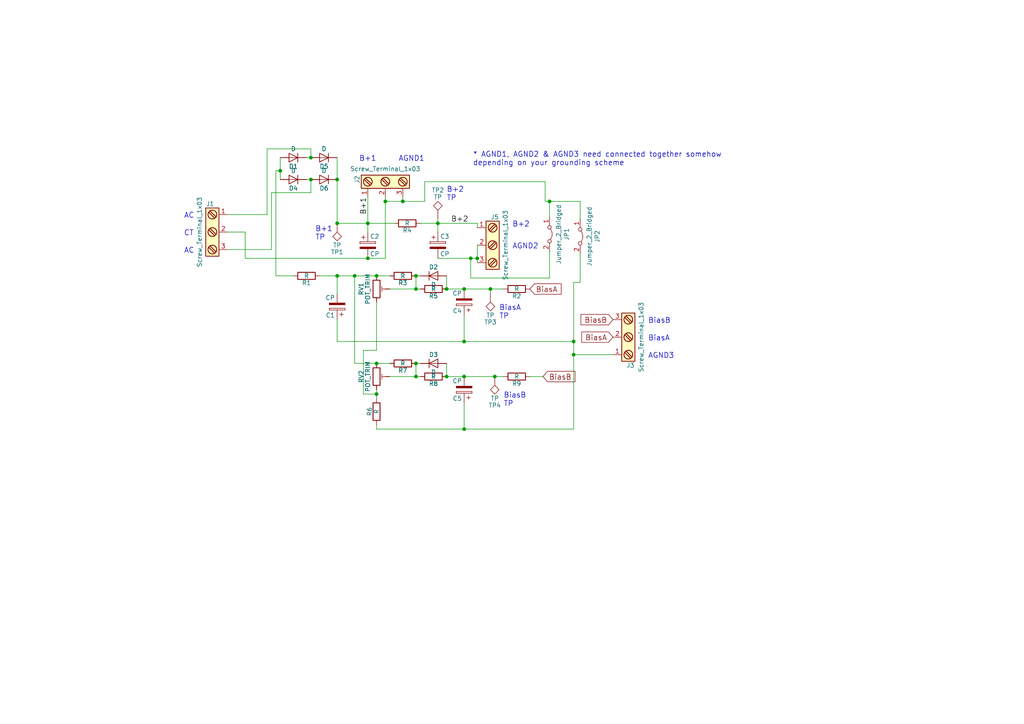
<source format=kicad_sch>
(kicad_sch (version 20250114) (generator "eeschema") (generator_version "9.0")
  (paper "A4")
  (lib_symbols
    (symbol "Jumper:Jumper_2_Bridged" (pin_names (offset 0) (hide yes))
      (property "Reference" "JP" (at 0 1.905 0))
      (property "Value" "Jumper_2_Bridged" (at 0 -2.54 0))
      (symbol "Jumper_2_Bridged_0_0"
        (circle (center -2.032 0) (radius 0.508))
        (circle (center 2.032 0) (radius 0.508))
      )
      (symbol "Jumper_2_Bridged_0_1"
        (arc (start -1.524 0.254) (mid 0 0.762) (end 1.524 0.254))
      )
      (symbol "Jumper_2_Bridged_1_1"
        (pin passive line (at -5.08 0 0) (length 2.54) (name "A") (number "1"))
        (pin passive line (at 5.08 0 180) (length 2.54) (name "B") (number "2"))
      )
    )
    (symbol "PowerSupply-rescue:CP-device" (pin_numbers (hide yes)) (pin_names (offset 0.254))
      (property "Reference" "C" (at 0.635 2.54 0))
      (property "Value" "CP-device" (at 0.635 -2.54 0))
      (symbol "CP-device_0_1"
        (rectangle (start -2.286 0.508) (end -2.286 1.016))
        (rectangle (start -2.286 0.508) (end 2.286 0.508))
        (polyline (pts (xy -1.778 2.286) (xy -0.762 2.286)))
        (polyline (pts (xy -1.27 2.794) (xy -1.27 1.778)))
        (rectangle (start 2.286 1.016) (end -2.286 1.016))
        (rectangle (start 2.286 1.016) (end 2.286 0.508))
        (rectangle (start 2.286 -0.508) (end -2.286 -1.016) (fill (type outline)))
      )
      (symbol "CP-device_1_1"
        (pin passive line (at 0 3.81 270) (length 2.794) (name "~") (number "1"))
        (pin passive line (at 0 -3.81 90) (length 2.794) (name "~") (number "2"))
      )
    )
    (symbol "PowerSupply-rescue:D-device" (pin_numbers (hide yes)) (pin_names (offset 1.016) (hide yes))
      (property "Reference" "D" (at 0 2.54 0))
      (property "Value" "D-device" (at 0 -2.54 0))
      (symbol "D-device_0_1"
        (polyline (pts (xy -1.27 1.27) (xy -1.27 -1.27)) (stroke (width 0.2032)))
        (polyline (pts (xy 1.27 1.27) (xy 1.27 -1.27) (xy -1.27 0) (xy 1.27 1.27)) (stroke (width 0.2032)))
        (polyline (pts (xy 1.27 0) (xy -1.27 0)))
      )
      (symbol "D-device_1_1"
        (pin passive line (at -3.81 0 0) (length 2.54) (name "K") (number "1"))
        (pin passive line (at 3.81 0 180) (length 2.54) (name "A") (number "2"))
      )
    )
    (symbol "PowerSupply-rescue:POT_TRIM" (pin_numbers (hide yes)) (pin_names (offset 1.016) (hide yes))
      (property "Reference" "RV" (at -4.445 0 90))
      (property "Value" "POT_TRIM" (at -2.54 0 90))
      (symbol "POT_TRIM_0_1"
        (rectangle (start 1.016 2.54) (end -1.016 -2.54) (stroke (width 0.254)))
        (polyline (pts (xy 1.524 0.762) (xy 1.524 -0.762)))
        (polyline (pts (xy 2.54 0) (xy 1.524 0)))
      )
      (symbol "POT_TRIM_1_1"
        (pin passive line (at 0 3.81 270) (length 1.27) (name "1") (number "1"))
        (pin passive line (at 0 -3.81 90) (length 1.27) (name "3") (number "3"))
        (pin passive line (at 3.81 0 180) (length 1.27) (name "2") (number "2"))
      )
    )
    (symbol "PowerSupply-rescue:R-device" (pin_numbers (hide yes)) (pin_names (offset 0))
      (property "Reference" "R" (at 2.032 0 90))
      (property "Value" "R-device" (at 0 0 90))
      (symbol "R-device_0_1"
        (rectangle (start -1.016 -2.54) (end 1.016 2.54) (stroke (width 0.254)))
      )
      (symbol "R-device_1_1"
        (pin passive line (at 0 3.81 270) (length 1.27) (name "~") (number "1"))
        (pin passive line (at 0 -3.81 90) (length 1.27) (name "~") (number "2"))
      )
    )
    (symbol "PowerSupply-rescue:Screw_Terminal_1x03" (pin_names (offset 0.762) (hide yes))
      (property "Reference" "J" (at 0 8.89 0))
      (property "Value" "Screw_Terminal_1x03" (at -3.81 0 90))
      (symbol "Screw_Terminal_1x03_0_1"
        (rectangle (start -1.27 6.985) (end 2.54 -6.985) (stroke (width 0.254)) (fill (type background)))
        (polyline (pts (xy -0.381 0.635) (xy 1.27 -1.016)) (stroke (width 0.254)))
        (polyline (pts (xy 0 6.096) (xy 1.651 4.445)) (stroke (width 0.254)))
        (polyline (pts (xy 0 -4.064) (xy 1.651 -5.715)) (stroke (width 0.254)))
        (circle (center 0.635 5.08) (radius 1.27) (stroke (width 0.254)))
        (circle (center 0.635 0) (radius 1.27) (stroke (width 0.254)))
        (circle (center 0.635 -5.08) (radius 1.27) (stroke (width 0.254)))
        (polyline (pts (xy 1.27 4.064) (xy -0.381 5.715)) (stroke (width 0.254)))
        (polyline (pts (xy 1.27 -6.096) (xy -0.381 -4.445)) (stroke (width 0.254)))
        (polyline (pts (xy 1.651 -0.635) (xy 0 1.016)) (stroke (width 0.254)))
      )
      (symbol "Screw_Terminal_1x03_1_1"
        (pin passive line (at 5.08 5.08 180) (length 2.54) (name "~") (number "1"))
        (pin passive line (at 5.08 0 180) (length 2.54) (name "~") (number "2"))
        (pin passive line (at 5.08 -5.08 180) (length 2.54) (name "~") (number "3"))
      )
    )
    (symbol "PowerSupply-rescue:TEST" (pin_numbers (hide yes)) (pin_names (offset 1.016) (hide yes))
      (property "Reference" "TP" (at 0 7.62 0))
      (property "Value" "TEST" (at 0 6.35 0))
      (symbol "TEST_0_1"
        (polyline (pts (xy 0 5.08) (xy -1.27 3.81) (xy 0 2.54) (xy 1.27 3.81) (xy 0 5.08) (xy 0 5.08)))
      )
      (symbol "TEST_1_1"
        (pin passive line (at 0 0 90) (length 2.54) (name "~") (number "1"))
      )
    )
  )
  (text "B+2\nTP" (at 129.54 58.42 0) (effects (font (size 1.524 1.524)) (justify left bottom)))
  (text "B+1\nTP" (at 91.44 69.85 0) (effects (font (size 1.524 1.524)) (justify left bottom)))
  (text "AC" (at 53.34 63.5 0) (effects (font (size 1.524 1.524)) (justify left bottom)))
  (text "BiasB" (at 187.96 93.98 0) (effects (font (size 1.524 1.524)) (justify left bottom)))
  (text "AC" (at 53.34 73.66 0) (effects (font (size 1.524 1.524)) (justify left bottom)))
  (text "BiasA\nTP" (at 144.78 92.71 0) (effects (font (size 1.524 1.524)) (justify left bottom)))
  (text "* AGND1, AGND2 & AGND3 need connected together somehow\ndepending on your grounding scheme" (at 137.16 48.26 0) (effects (font (size 1.524 1.524)) (justify left bottom)))
  (text "AGND2" (at 148.59 72.39 0) (effects (font (size 1.524 1.524)) (justify left bottom)))
  (text "B+2" (at 148.59 66.04 0) (effects (font (size 1.524 1.524)) (justify left bottom)))
  (text "BiasB\nTP" (at 146.05 118.11 0) (effects (font (size 1.524 1.524)) (justify left bottom)))
  (text "B+1" (at 104.14 46.99 0) (effects (font (size 1.524 1.524)) (justify left bottom)))
  (text "BiasA" (at 187.96 99.06 0) (effects (font (size 1.524 1.524)) (justify left bottom)))
  (text "AGND1" (at 115.57 46.99 0) (effects (font (size 1.524 1.524)) (justify left bottom)))
  (text "CT" (at 53.34 68.58 0) (effects (font (size 1.524 1.524)) (justify left bottom)))
  (text "AGND3" (at 187.96 104.14 0) (effects (font (size 1.524 1.524)) (justify left bottom)))
  (junction (at 159.385 58.42))
  (junction (at 127 64.77))
  (junction (at 166.37 99.06))
  (junction (at 129.54 83.82))
  (junction (at 166.37 102.87))
  (junction (at 116.84 58.42))
  (junction (at 97.79 52.07))
  (junction (at 97.79 80.01))
  (junction (at 120.65 105.41))
  (junction (at 129.54 109.22))
  (junction (at 143.51 109.22))
  (junction (at 106.68 64.77))
  (junction (at 90.17 45.72))
  (junction (at 136.525 74.93))
  (junction (at 120.65 80.01))
  (junction (at 134.62 99.06))
  (junction (at 134.62 124.46))
  (junction (at 109.22 105.41))
  (junction (at 134.62 109.22))
  (junction (at 142.24 83.82))
  (junction (at 81.28 49.53))
  (junction (at 120.65 83.82))
  (junction (at 138.43 74.93))
  (junction (at 111.76 58.42))
  (junction (at 109.22 80.01))
  (junction (at 109.22 114.3))
  (junction (at 90.17 52.07))
  (junction (at 106.68 74.93))
  (junction (at 97.79 64.77))
  (junction (at 102.87 80.01))
  (junction (at 134.62 83.82))
  (junction (at 120.65 109.22))
  (wire (pts (xy 143.51 109.22) (xy 146.05 109.22)))
  (wire (pts (xy 113.03 109.22) (xy 120.65 109.22)))
  (wire (pts (xy 109.22 105.41) (xy 113.03 105.41)))
  (wire (pts (xy 66.04 67.31) (xy 71.12 67.31)))
  (wire (pts (xy 71.12 67.31) (xy 71.12 74.93)))
  (wire (pts (xy 109.22 113.03) (xy 109.22 114.3)))
  (wire (pts (xy 90.17 52.07) (xy 88.9 52.07)))
  (wire (pts (xy 168.275 63.5) (xy 168.275 58.42)))
  (wire (pts (xy 106.68 57.15) (xy 106.68 64.77)))
  (wire (pts (xy 134.62 124.46) (xy 134.62 116.84)))
  (wire (pts (xy 127 63.5) (xy 127 64.77)))
  (wire (pts (xy 109.22 101.6) (xy 105.41 101.6)))
  (wire (pts (xy 129.54 109.22) (xy 134.62 109.22)))
  (wire (pts (xy 121.92 64.77) (xy 127 64.77)))
  (wire (pts (xy 120.65 109.22) (xy 120.65 105.41)))
  (wire (pts (xy 120.65 80.01) (xy 121.92 80.01)))
  (wire (pts (xy 120.65 109.22) (xy 121.92 109.22)))
  (wire (pts (xy 109.22 124.46) (xy 109.22 123.19)))
  (wire (pts (xy 166.37 102.87) (xy 177.8 102.87)))
  (wire (pts (xy 134.62 99.06) (xy 134.62 91.44)))
  (wire (pts (xy 97.79 52.07) (xy 97.79 64.77)))
  (wire (pts (xy 77.47 43.18) (xy 90.17 43.18)))
  (wire (pts (xy 105.41 114.3) (xy 109.22 114.3)))
  (wire (pts (xy 102.87 105.41) (xy 109.22 105.41)))
  (wire (pts (xy 127 64.77) (xy 138.43 64.77)))
  (wire (pts (xy 134.62 109.22) (xy 143.51 109.22)))
  (wire (pts (xy 113.03 83.82) (xy 120.65 83.82)))
  (wire (pts (xy 97.79 80.01) (xy 102.87 80.01)))
  (wire (pts (xy 120.65 83.82) (xy 121.92 83.82)))
  (wire (pts (xy 120.65 83.82) (xy 120.65 80.01)))
  (wire (pts (xy 116.84 58.42) (xy 123.19 58.42)))
  (wire (pts (xy 138.43 74.93) (xy 136.525 74.93)))
  (wire (pts (xy 105.41 101.6) (xy 105.41 114.3)))
  (wire (pts (xy 90.17 45.72) (xy 88.9 45.72)))
  (wire (pts (xy 97.79 99.06) (xy 97.79 92.71)))
  (wire (pts (xy 111.76 74.93) (xy 111.76 58.42)))
  (wire (pts (xy 97.79 45.72) (xy 97.79 52.07)))
  (wire (pts (xy 127 64.77) (xy 127 67.31)))
  (wire (pts (xy 158.115 52.705) (xy 158.115 58.42)))
  (wire (pts (xy 129.54 80.01) (xy 129.54 83.82)))
  (wire (pts (xy 66.04 72.39) (xy 78.74 72.39)))
  (wire (pts (xy 166.37 81.915) (xy 168.275 81.915)))
  (wire (pts (xy 92.71 80.01) (xy 97.79 80.01)))
  (wire (pts (xy 78.74 72.39) (xy 78.74 55.88)))
  (wire (pts (xy 90.17 55.88) (xy 90.17 52.07)))
  (wire (pts (xy 81.28 45.72) (xy 81.28 49.53)))
  (wire (pts (xy 97.79 99.06) (xy 134.62 99.06)))
  (wire (pts (xy 102.87 80.01) (xy 102.87 105.41)))
  (wire (pts (xy 97.79 80.01) (xy 97.79 85.09)))
  (wire (pts (xy 166.37 99.06) (xy 166.37 102.87)))
  (wire (pts (xy 81.28 49.53) (xy 81.28 52.07)))
  (wire (pts (xy 106.68 74.93) (xy 111.76 74.93)))
  (wire (pts (xy 138.43 64.77) (xy 138.43 66.04)))
  (wire (pts (xy 142.24 83.82) (xy 146.05 83.82)))
  (wire (pts (xy 109.22 80.01) (xy 113.03 80.01)))
  (wire (pts (xy 136.525 80.645) (xy 136.525 74.93)))
  (wire (pts (xy 81.28 49.53) (xy 80.01 49.53)))
  (wire (pts (xy 71.12 74.93) (xy 106.68 74.93)))
  (wire (pts (xy 80.01 80.01) (xy 85.09 80.01)))
  (wire (pts (xy 102.87 80.01) (xy 109.22 80.01)))
  (wire (pts (xy 116.84 58.42) (xy 116.84 57.15)))
  (wire (pts (xy 158.115 58.42) (xy 159.385 58.42)))
  (wire (pts (xy 106.68 64.77) (xy 106.68 67.31)))
  (wire (pts (xy 153.67 109.22) (xy 157.48 109.22)))
  (wire (pts (xy 159.385 62.865) (xy 159.385 58.42)))
  (wire (pts (xy 78.74 55.88) (xy 90.17 55.88)))
  (wire (pts (xy 120.65 105.41) (xy 121.92 105.41)))
  (wire (pts (xy 138.43 74.93) (xy 138.43 76.2)))
  (wire (pts (xy 129.54 83.82) (xy 134.62 83.82)))
  (wire (pts (xy 136.525 80.645) (xy 159.385 80.645)))
  (wire (pts (xy 66.04 62.23) (xy 77.47 62.23)))
  (wire (pts (xy 123.19 52.705) (xy 158.115 52.705)))
  (wire (pts (xy 134.62 124.46) (xy 109.22 124.46)))
  (wire (pts (xy 109.22 114.3) (xy 109.22 115.57)))
  (wire (pts (xy 142.24 85.09) (xy 142.24 83.82)))
  (wire (pts (xy 80.01 49.53) (xy 80.01 80.01)))
  (wire (pts (xy 111.76 58.42) (xy 116.84 58.42)))
  (wire (pts (xy 109.22 87.63) (xy 109.22 101.6)))
  (wire (pts (xy 166.37 124.46) (xy 134.62 124.46)))
  (wire (pts (xy 134.62 83.82) (xy 142.24 83.82)))
  (wire (pts (xy 159.385 73.025) (xy 159.385 80.645)))
  (wire (pts (xy 106.68 64.77) (xy 114.3 64.77)))
  (wire (pts (xy 77.47 43.18) (xy 77.47 62.23)))
  (wire (pts (xy 138.43 71.12) (xy 138.43 74.93)))
  (wire (pts (xy 136.525 74.93) (xy 127 74.93)))
  (wire (pts (xy 134.62 99.06) (xy 166.37 99.06)))
  (wire (pts (xy 166.37 99.06) (xy 166.37 81.915)))
  (wire (pts (xy 123.19 58.42) (xy 123.19 52.705)))
  (wire (pts (xy 168.275 81.915) (xy 168.275 73.66)))
  (wire (pts (xy 97.79 64.77) (xy 106.68 64.77)))
  (wire (pts (xy 111.76 58.42) (xy 111.76 57.15)))
  (wire (pts (xy 129.54 105.41) (xy 129.54 109.22)))
  (wire (pts (xy 166.37 102.87) (xy 166.37 124.46)))
  (wire (pts (xy 90.17 43.18) (xy 90.17 45.72)))
  (wire (pts (xy 159.385 58.42) (xy 168.275 58.42)))
  (label "B+1" (at 106.68 62.23 90) (effects (font (size 1.524 1.524))))
  (label "B+2" (at 130.81 64.77 0) (effects (font (size 1.524 1.524))))
  (global_label "BiasA" (shape input) (at 177.8 97.79 180) (effects (font (size 1.524 1.524))) (property "Intersheetrefs" "${INTERSHEET_REFS}" (effects (hide yes))))
  (global_label "BiasB" (shape input) (at 177.8 92.71 180) (effects (font (size 1.524 1.524))) (property "Intersheetrefs" "${INTERSHEET_REFS}" (effects (hide yes))))
  (global_label "BiasA" (shape input) (at 153.67 83.82 0) (effects (font (size 1.524 1.524))) (property "Intersheetrefs" "${INTERSHEET_REFS}" (effects (hide yes))))
  (global_label "BiasB" (shape input) (at 157.48 109.22 0) (effects (font (size 1.524 1.524))) (property "Intersheetrefs" "${INTERSHEET_REFS}" (effects (hide yes))))
  (symbol (lib_id "PowerSupply-rescue:CP-device") (at 106.68 71.12 0) (unit 1)
    (property "Reference" "C2" (at 107.315 68.58 0) (effects (justify left)))
    (property "Value" "CP" (at 107.315 73.66 0) (effects (justify left)))
    (property "Footprint" "Capacitor_THT:CP_Radial_D18.0mm_P7.50mm" (effects (hide yes)))
  )
  (symbol (lib_id "PowerSupply-rescue:CP-device") (at 127 71.12 0) (unit 1)
    (property "Reference" "C3" (at 127.635 68.58 0) (effects (justify left)))
    (property "Value" "CP" (at 127.635 73.66 0) (effects (justify left)))
    (property "Footprint" "Capacitor_THT:CP_Radial_D18.0mm_P7.50mm" (effects (hide yes)))
  )
  (symbol (lib_id "PowerSupply-rescue:CP-device") (at 97.79 88.9 180) (unit 1)
    (property "Reference" "C1" (at 97.155 91.44 0) (effects (justify left)))
    (property "Value" "CP" (at 97.155 86.36 0) (effects (justify left)))
    (property "Footprint" "Capacitor_THT:CP_Radial_D10.0mm_P2.50mm_P5.00mm" (effects (hide yes)))
    (property "MFR" "Nichicon" (effects (hide yes)))
    (property "MPN" "UPW2C100MPD" (effects (hide yes)))
    (property "SPN" "647-UPW2C100MPD" (effects (hide yes)))
  )
  (symbol (lib_id "PowerSupply-rescue:R-device") (at 118.11 64.77 270) (unit 1)
    (property "Reference" "R4" (at 118.11 66.802 90))
    (property "Value" "R" (at 118.11 64.77 90))
    (property "Footprint" "Resistor_THT:R_Axial_Power_L48.0mm_W12.5mm_P55.88mm" (effects (hide yes)))
  )
  (symbol (lib_id "PowerSupply-rescue:Screw_Terminal_1x03") (at 60.96 67.31 0) (unit 1)
    (property "Reference" "J1" (at 60.96 58.42 0) (effects (justify top)))
    (property "Value" "Screw_Terminal_1x03" (at 57.15 67.31 90) (effects (justify top)))
    (property "Footprint" "Connector_Phoenix_MC_HighVoltage:PhoenixContact_MCV_1,5_3-G-5.08_1x03_P5.08mm_Vertical" (effects (hide yes)))
    (property "MPN" "1729131" (effects (hide yes)))
    (property "SPN" "651-1729131" (effects (hide yes)))
  )
  (symbol (lib_id "PowerSupply-rescue:R-device") (at 88.9 80.01 270) (unit 1)
    (property "Reference" "R1" (at 88.9 82.042 90))
    (property "Value" "R" (at 88.9 80.01 90))
    (property "Footprint" "Resistor_THT:R_Axial_DIN0516_L15.5mm_D5.0mm_P20.32mm_Horizontal" (effects (hide yes)))
  )
  (symbol (lib_id "PowerSupply-rescue:POT_TRIM") (at 109.22 83.82 0) (unit 1)
    (property "Reference" "RV1" (at 104.775 83.82 90))
    (property "Value" "POT_TRIM" (at 106.68 83.82 90))
    (property "Footprint" "Potentiometer_THT:Potentiometer_Bourns_3299Y_Vertical" (effects (hide yes)))
    (property "MFR" "Bournes" (effects (hide yes)))
    (property "MPN" "3386P-1-103TLF" (effects (hide yes)))
    (property "SPN" "652-3386P-1-103TLF" (effects (hide yes)))
  )
  (symbol (lib_id "PowerSupply-rescue:R-device") (at 116.84 80.01 270) (unit 1)
    (property "Reference" "R3" (at 116.84 82.042 90))
    (property "Value" "R" (at 116.84 80.01 90))
    (property "Footprint" "Resistor_THT:R_Axial_DIN0411_L9.9mm_D3.6mm_P12.70mm_Horizontal" (effects (hide yes)))
  )
  (symbol (lib_id "PowerSupply-rescue:CP-device") (at 134.62 87.63 180) (unit 1)
    (property "Reference" "C4" (at 133.985 90.17 0) (effects (justify left)))
    (property "Value" "CP" (at 133.985 85.09 0) (effects (justify left)))
    (property "Footprint" "Capacitor_THT:CP_Radial_D10.0mm_P2.50mm_P5.00mm" (effects (hide yes)))
    (property "MFR" "Nichicon" (effects (hide yes)))
    (property "MPN" "UPW2C100MPD" (effects (hide yes)))
    (property "SPN" "647-UPW2C100MPD" (effects (hide yes)))
  )
  (symbol (lib_id "PowerSupply-rescue:R-device") (at 125.73 83.82 270) (unit 1)
    (property "Reference" "R5" (at 125.73 85.852 90))
    (property "Value" "R" (at 125.73 83.82 90))
    (property "Footprint" "Resistor_THT:R_Axial_DIN0411_L9.9mm_D3.6mm_P12.70mm_Horizontal" (effects (hide yes)))
  )
  (symbol (lib_id "PowerSupply-rescue:D-device") (at 125.73 80.01 0) (unit 1)
    (property "Reference" "D2" (at 125.73 77.47 0))
    (property "Value" "D" (at 125.73 82.55 0))
    (property "Footprint" "Diode_THT:D_DO-41_SOD81_P10.16mm_Horizontal" (effects (hide yes)))
  )
  (symbol (lib_id "PowerSupply-rescue:POT_TRIM") (at 109.22 109.22 0) (unit 1)
    (property "Reference" "RV2" (at 104.775 109.22 90))
    (property "Value" "POT_TRIM" (at 106.68 109.22 90))
    (property "Footprint" "Potentiometer_THT:Potentiometer_Bourns_3299Y_Vertical" (effects (hide yes)))
    (property "MFR" "Bournes" (effects (hide yes)))
    (property "MPN" "3386P-1-103TLF" (effects (hide yes)))
    (property "SPN" "652-3386P-1-103TLF" (effects (hide yes)))
  )
  (symbol (lib_id "PowerSupply-rescue:R-device") (at 109.22 119.38 180) (unit 1)
    (property "Reference" "R6" (at 107.188 119.38 90))
    (property "Value" "R" (at 109.22 119.38 90))
    (property "Footprint" "Resistor_THT:R_Axial_DIN0411_L9.9mm_D3.6mm_P12.70mm_Horizontal" (effects (hide yes)))
  )
  (symbol (lib_id "PowerSupply-rescue:R-device") (at 116.84 105.41 270) (unit 1)
    (property "Reference" "R7" (at 116.84 107.442 90))
    (property "Value" "R" (at 116.84 105.41 90))
    (property "Footprint" "Resistor_THT:R_Axial_DIN0411_L9.9mm_D3.6mm_P12.70mm_Horizontal" (effects (hide yes)))
  )
  (symbol (lib_id "PowerSupply-rescue:CP-device") (at 134.62 113.03 180) (unit 1)
    (property "Reference" "C5" (at 133.985 115.57 0) (effects (justify left)))
    (property "Value" "CP" (at 133.985 110.49 0) (effects (justify left)))
    (property "Footprint" "Capacitor_THT:CP_Radial_D10.0mm_P2.50mm_P5.00mm" (effects (hide yes)))
    (property "MFR" "Nichicon" (effects (hide yes)))
    (property "MPN" "UPW2C100MPD" (effects (hide yes)))
    (property "SPN" "647-UPW2C100MPD" (effects (hide yes)))
  )
  (symbol (lib_id "PowerSupply-rescue:R-device") (at 125.73 109.22 270) (unit 1)
    (property "Reference" "R8" (at 125.73 111.252 90))
    (property "Value" "R" (at 125.73 109.22 90))
    (property "Footprint" "Resistor_THT:R_Axial_DIN0411_L9.9mm_D3.6mm_P12.70mm_Horizontal" (effects (hide yes)))
  )
  (symbol (lib_id "PowerSupply-rescue:D-device") (at 125.73 105.41 0) (unit 1)
    (property "Reference" "D3" (at 125.73 102.87 0))
    (property "Value" "D" (at 125.73 107.95 0))
    (property "Footprint" "Diode_THT:D_DO-41_SOD81_P10.16mm_Horizontal" (effects (hide yes)))
  )
  (symbol (lib_id "PowerSupply-rescue:Screw_Terminal_1x03") (at 143.51 71.12 0) (mirror y) (unit 1)
    (property "Reference" "J5" (at 143.51 62.23 0) (effects (justify top)))
    (property "Value" "Screw_Terminal_1x03" (at 147.32 71.12 90) (effects (justify top)))
    (property "Footprint" "Connector_Phoenix_MC_HighVoltage:PhoenixContact_MCV_1,5_3-G-5.08_1x03_P5.08mm_Vertical" (effects (hide yes)))
    (property "MPN" "1729131" (effects (hide yes)))
    (property "SPN" "651-1729131" (effects (hide yes)))
  )
  (symbol (lib_id "PowerSupply-rescue:Screw_Terminal_1x03") (at 111.76 52.07 90) (mirror x) (unit 1)
    (property "Reference" "J2" (at 102.87 52.07 0) (effects (justify top)))
    (property "Value" "Screw_Terminal_1x03" (at 111.76 48.26 90) (effects (justify top)))
    (property "Footprint" "Connector_Phoenix_MC_HighVoltage:PhoenixContact_MCV_1,5_3-G-5.08_1x03_P5.08mm_Vertical" (effects (hide yes)))
    (property "MPN" "1729131" (effects (hide yes)))
    (property "SPN" "651-1729131" (effects (hide yes)))
  )
  (symbol (lib_id "PowerSupply-rescue:Screw_Terminal_1x03") (at 182.88 97.79 180) (unit 1)
    (property "Reference" "J3" (at 182.88 106.68 0) (effects (justify top)))
    (property "Value" "Screw_Terminal_1x03" (at 186.69 97.79 90) (effects (justify top)))
    (property "Footprint" "Connector_Phoenix_MC_HighVoltage:PhoenixContact_MCV_1,5_3-G-5.08_1x03_P5.08mm_Vertical" (effects (hide yes)))
    (property "MPN" "1729131" (effects (hide yes)))
    (property "SPN" "651-1729131" (effects (hide yes)))
  )
  (symbol (lib_id "PowerSupply-rescue:D-device") (at 85.09 52.07 180) (unit 1)
    (property "Reference" "D4" (at 85.09 54.61 0))
    (property "Value" "D" (at 85.09 49.53 0))
    (property "Footprint" "Diode_THT:D_DO-41_SOD81_P10.16mm_Horizontal" (effects (hide yes)))
  )
  (symbol (lib_id "PowerSupply-rescue:D-device") (at 93.98 52.07 180) (unit 1)
    (property "Reference" "D6" (at 93.98 54.61 0))
    (property "Value" "D" (at 93.98 49.53 0))
    (property "Footprint" "Diode_THT:D_DO-41_SOD81_P10.16mm_Horizontal" (effects (hide yes)))
  )
  (symbol (lib_id "PowerSupply-rescue:D-device") (at 85.09 45.72 180) (unit 1)
    (property "Reference" "D1" (at 85.09 48.26 0))
    (property "Value" "D" (at 85.09 43.18 0))
    (property "Footprint" "Diode_THT:D_DO-41_SOD81_P10.16mm_Horizontal" (effects (hide yes)))
  )
  (symbol (lib_id "PowerSupply-rescue:D-device") (at 93.98 45.72 180) (unit 1)
    (property "Reference" "D5" (at 93.98 48.26 0))
    (property "Value" "D" (at 93.98 43.18 0))
    (property "Footprint" "Diode_THT:D_DO-41_SOD81_P10.16mm_Horizontal" (effects (hide yes)))
  )
  (symbol (lib_id "PowerSupply-rescue:TEST") (at 97.79 64.77 180) (unit 1)
    (property "Reference" "TP1" (at 97.79 72.39 0) (effects (justify bottom)))
    (property "Value" "TP" (at 97.79 71.12 0))
    (property "Footprint" "TestPoint:TestPoint_Keystone_5005-5009_Compact" (effects (hide yes)))
    (property "SPN" "534-5006" (effects (hide yes)))
  )
  (symbol (lib_id "PowerSupply-rescue:TEST") (at 127 63.5 0) (unit 1)
    (property "Reference" "TP2" (at 127 55.88 0) (effects (justify bottom)))
    (property "Value" "TP" (at 127 57.15 0))
    (property "Footprint" "TestPoint:TestPoint_Keystone_5005-5009_Compact" (effects (hide yes)))
    (property "SPN" "534-5006" (effects (hide yes)))
  )
  (symbol (lib_id "PowerSupply-rescue:TEST") (at 142.24 85.09 180) (unit 1)
    (property "Reference" "TP3" (at 142.24 92.71 0) (effects (justify bottom)))
    (property "Value" "TP" (at 142.24 91.44 0))
    (property "Footprint" "TestPoint:TestPoint_Keystone_5005-5009_Compact" (effects (hide yes)))
    (property "SPN" "534-5006" (effects (hide yes)))
  )
  (symbol (lib_id "PowerSupply-rescue:TEST") (at 143.51 109.22 180) (unit 1)
    (property "Reference" "TP4" (at 143.51 116.84 0) (effects (justify bottom)))
    (property "Value" "TP" (at 143.51 115.57 0))
    (property "Footprint" "TestPoint:TestPoint_Keystone_5005-5009_Compact" (effects (hide yes)))
    (property "SPN" "534-5006" (effects (hide yes)))
  )
  (symbol (lib_id "PowerSupply-rescue:R-device") (at 149.86 83.82 270) (unit 1)
    (property "Reference" "R2" (at 149.86 85.852 90))
    (property "Value" "R" (at 149.86 83.82 90))
    (property "Footprint" "Resistor_THT:R_Axial_DIN0411_L9.9mm_D3.6mm_P12.70mm_Horizontal" (effects (hide yes)))
  )
  (symbol (lib_id "PowerSupply-rescue:R-device") (at 149.86 109.22 270) (unit 1)
    (property "Reference" "R9" (at 149.86 111.252 90))
    (property "Value" "R" (at 149.86 109.22 90))
    (property "Footprint" "Resistor_THT:R_Axial_DIN0411_L9.9mm_D3.6mm_P12.70mm_Horizontal" (effects (hide yes)))
  )
  (symbol (lib_id "Jumper:Jumper_2_Bridged") (at 168.275 68.58 270) (unit 1)
    (property "Reference" "JP2" (at 173.228 68.58 0))
    (property "Value" "Jumper_2_Bridged" (at 170.9166 68.58 0))
    (property "Footprint" "Jumper:SolderJumper-2_P1.3mm_Bridged_RoundedPad1.0x1.5mm" (effects (hide yes)))
  )
  (symbol (lib_id "Jumper:Jumper_2_Bridged") (at 159.385 67.945 270) (unit 1)
    (property "Reference" "JP1" (at 164.338 67.945 0))
    (property "Value" "Jumper_2_Bridged" (at 162.0266 67.945 0))
    (property "Footprint" "Jumper:SolderJumper-2_P1.3mm_Bridged_RoundedPad1.0x1.5mm" (effects (hide yes)))
  )
)
</source>
